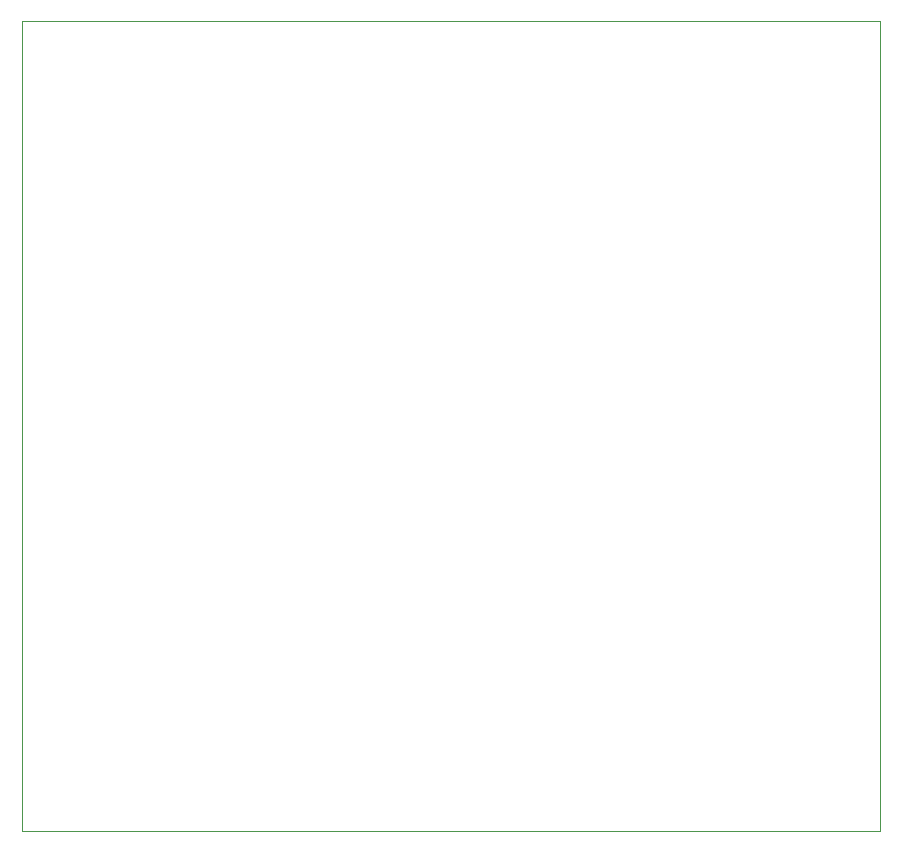
<source format=gbr>
%TF.GenerationSoftware,KiCad,Pcbnew,6.0.11-2627ca5db0~126~ubuntu20.04.1*%
%TF.CreationDate,2023-03-20T00:40:24-03:00*%
%TF.ProjectId,drive-l297,64726976-652d-46c3-9239-372e6b696361,rev?*%
%TF.SameCoordinates,Original*%
%TF.FileFunction,Profile,NP*%
%FSLAX46Y46*%
G04 Gerber Fmt 4.6, Leading zero omitted, Abs format (unit mm)*
G04 Created by KiCad (PCBNEW 6.0.11-2627ca5db0~126~ubuntu20.04.1) date 2023-03-20 00:40:24*
%MOMM*%
%LPD*%
G01*
G04 APERTURE LIST*
%TA.AperFunction,Profile*%
%ADD10C,0.100000*%
%TD*%
G04 APERTURE END LIST*
D10*
X93472000Y-66040000D02*
X166116000Y-66040000D01*
X166116000Y-66040000D02*
X166116000Y-134620000D01*
X166116000Y-134620000D02*
X93472000Y-134620000D01*
X93472000Y-134620000D02*
X93472000Y-66040000D01*
M02*

</source>
